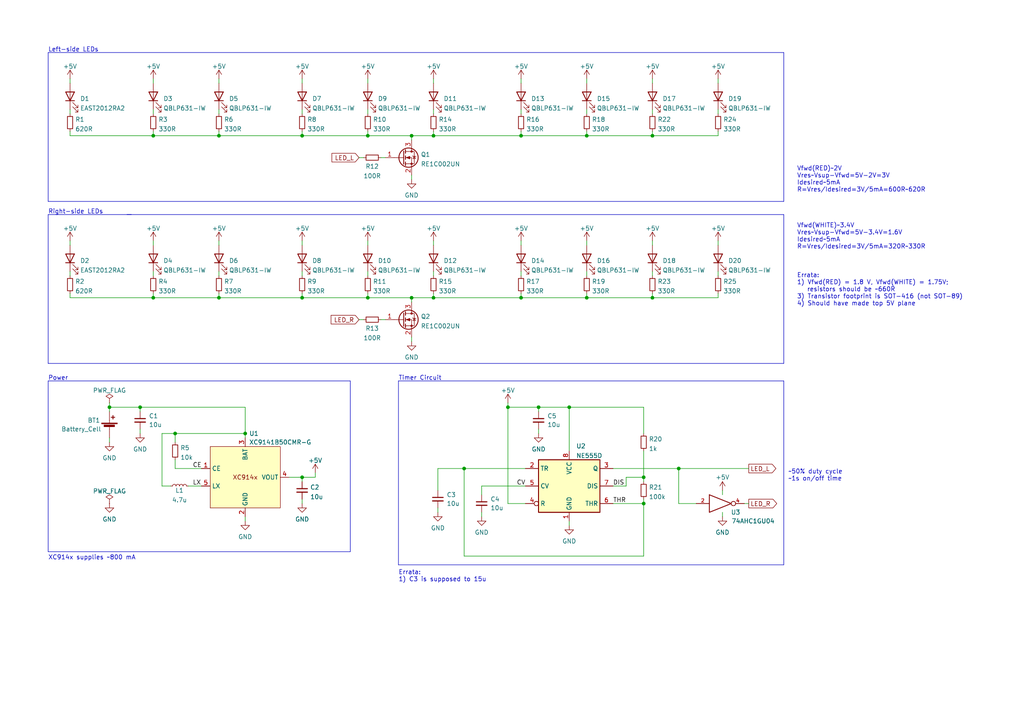
<source format=kicad_sch>
(kicad_sch (version 20211123) (generator eeschema)
  (paper "A4")
  (title_block (title "Sam Bday 21 PCB") (date "2022-07-30") (rev "v1") (company "J. Cao"))
  (lib_symbols
    (symbol "74xGxx:74AHC1GU04" (pin_names (offset 1.016))
      (property "Reference" "U" (at -2.54 3.81 0))
      (property "Value" "74AHC1GU04" (at 0 -3.81 0))
      (symbol "74AHC1GU04_0_1"
        (polyline (pts (xy -3.81 2.54) (xy -3.81 -2.54) (xy 2.54 0) (xy -3.81 2.54)) (stroke (width 0.254)))
      )
      (symbol "74AHC1GU04_1_1"
        (pin input line (at -7.62 0 0) (length 3.81) (name "~") (number "2"))
        (pin power_in line (at 0 -2.54 270) (length 0) hide (name "GND") (number "3"))
        (pin output inverted (at 6.35 0 180) (length 3.81) (name "~") (number "4"))
        (pin power_in line (at 0 2.54 90) (length 0) hide (name "VCC") (number "5"))
      )
    )
    (symbol "Device:Battery_Cell" (pin_numbers hide) (pin_names (offset 0) hide)
      (property "Reference" "BT" (at 2.54 2.54 0))
      (property "Value" "Battery_Cell" (at 2.54 0 0))
      (symbol "Battery_Cell_0_1"
        (rectangle (start -2.286 1.778) (end 2.286 1.524) (fill (type outline)))
        (rectangle (start -1.5748 1.1938) (end 1.4732 0.6858) (fill (type outline)))
        (polyline (pts (xy 0 0.762) (xy 0 0)))
        (polyline (pts (xy 0 1.778) (xy 0 2.54)))
        (polyline (pts (xy 0.508 3.429) (xy 1.524 3.429)) (stroke (width 0.254)))
        (polyline (pts (xy 1.016 3.937) (xy 1.016 2.921)) (stroke (width 0.254)))
      )
      (symbol "Battery_Cell_1_1"
        (pin passive line (at 0 5.08 270) (length 2.54) (name "+") (number "1"))
        (pin passive line (at 0 -2.54 90) (length 2.54) (name "-") (number "2"))
      )
    )
    (symbol "Device:C_Small" (pin_numbers hide) (pin_names (offset 0.254) hide)
      (property "Reference" "C" (at 0.254 1.778 0))
      (property "Value" "C_Small" (at 0.254 -2.032 0))
      (symbol "C_Small_0_1"
        (polyline (pts (xy -1.524 -0.508) (xy 1.524 -0.508)) (stroke (width 0.3302)))
        (polyline (pts (xy -1.524 0.508) (xy 1.524 0.508)) (stroke (width 0.3048)))
      )
      (symbol "C_Small_1_1"
        (pin passive line (at 0 2.54 270) (length 2.032) (name "~") (number "1"))
        (pin passive line (at 0 -2.54 90) (length 2.032) (name "~") (number "2"))
      )
    )
    (symbol "Device:LED" (pin_numbers hide) (pin_names (offset 1.016) hide)
      (property "Reference" "D" (at 0 2.54 0))
      (property "Value" "LED" (at 0 -2.54 0))
      (symbol "LED_0_1"
        (polyline (pts (xy -1.27 -1.27) (xy -1.27 1.27)) (stroke (width 0.254)))
        (polyline (pts (xy -1.27 0) (xy 1.27 0)))
        (polyline (pts (xy 1.27 -1.27) (xy 1.27 1.27) (xy -1.27 0) (xy 1.27 -1.27)) (stroke (width 0.254)))
        (polyline (pts (xy -3.048 -0.762) (xy -4.572 -2.286) (xy -3.81 -2.286) (xy -4.572 -2.286) (xy -4.572 -1.524)))
        (polyline (pts (xy -1.778 -0.762) (xy -3.302 -2.286) (xy -2.54 -2.286) (xy -3.302 -2.286) (xy -3.302 -1.524)))
      )
      (symbol "LED_1_1"
        (pin passive line (at -3.81 0 0) (length 2.54) (name "K") (number "1"))
        (pin passive line (at 3.81 0 180) (length 2.54) (name "A") (number "2"))
      )
    )
    (symbol "Device:L_Small" (pin_numbers hide) (pin_names (offset 0.254) hide)
      (property "Reference" "L" (at 0.762 1.016 0))
      (property "Value" "L_Small" (at 0.762 -1.016 0))
      (symbol "L_Small_0_1"
        (arc (start 0 -2.032) (mid 0.508 -1.524) (end 0 -1.016))
        (arc (start 0 -1.016) (mid 0.508 -0.508) (end 0 0))
        (arc (start 0 0) (mid 0.508 0.508) (end 0 1.016))
        (arc (start 0 1.016) (mid 0.508 1.524) (end 0 2.032))
      )
      (symbol "L_Small_1_1"
        (pin passive line (at 0 2.54 270) (length 0.508) (name "~") (number "1"))
        (pin passive line (at 0 -2.54 90) (length 0.508) (name "~") (number "2"))
      )
    )
    (symbol "Device:Q_NMOS_GSD" (pin_names (offset 0) hide)
      (property "Reference" "Q" (at 5.08 1.27 0))
      (property "Value" "Q_NMOS_GSD" (at 5.08 -1.27 0))
      (symbol "Q_NMOS_GSD_0_1"
        (polyline (pts (xy 0.254 0) (xy -2.54 0)))
        (polyline (pts (xy 0.254 1.905) (xy 0.254 -1.905)) (stroke (width 0.254)))
        (polyline (pts (xy 0.762 -1.27) (xy 0.762 -2.286)) (stroke (width 0.254)))
        (polyline (pts (xy 0.762 0.508) (xy 0.762 -0.508)) (stroke (width 0.254)))
        (polyline (pts (xy 0.762 2.286) (xy 0.762 1.27)) (stroke (width 0.254)))
        (polyline (pts (xy 2.54 2.54) (xy 2.54 1.778)))
        (polyline (pts (xy 2.54 -2.54) (xy 2.54 0) (xy 0.762 0)))
        (polyline (pts (xy 0.762 -1.778) (xy 3.302 -1.778) (xy 3.302 1.778) (xy 0.762 1.778)))
        (polyline (pts (xy 1.016 0) (xy 2.032 0.381) (xy 2.032 -0.381) (xy 1.016 0)) (fill (type outline)))
        (polyline (pts (xy 2.794 0.508) (xy 2.921 0.381) (xy 3.683 0.381) (xy 3.81 0.254)))
        (polyline (pts (xy 3.302 0.381) (xy 2.921 -0.254) (xy 3.683 -0.254) (xy 3.302 0.381)))
        (circle (center 1.651 0) (radius 2.794) (stroke (width 0.254)))
        (circle (center 2.54 -1.778) (radius 0.254) (fill (type outline)))
        (circle (center 2.54 1.778) (radius 0.254) (fill (type outline)))
      )
      (symbol "Q_NMOS_GSD_1_1"
        (pin input line (at -5.08 0 0) (length 2.54) (name "G") (number "1"))
        (pin passive line (at 2.54 -5.08 90) (length 2.54) (name "S") (number "2"))
        (pin passive line (at 2.54 5.08 270) (length 2.54) (name "D") (number "3"))
      )
    )
    (symbol "Device:R_Small" (pin_numbers hide) (pin_names (offset 0.254) hide)
      (property "Reference" "R" (at 0.762 0.508 0))
      (property "Value" "R_Small" (at 0.762 -1.016 0))
      (symbol "R_Small_0_1"
        (rectangle (start -0.762 1.778) (end 0.762 -1.778) (stroke (width 0.2032)))
      )
      (symbol "R_Small_1_1"
        (pin passive line (at 0 2.54 270) (length 0.762) (name "~") (number "1"))
        (pin passive line (at 0 -2.54 90) (length 0.762) (name "~") (number "2"))
      )
    )
    (symbol "Timer:NE555D"
      (property "Reference" "U" (at -10.16 8.89 0))
      (property "Value" "NE555D" (at 2.54 8.89 0))
      (symbol "NE555D_0_0"
        (pin power_in line (at 0 -10.16 90) (length 2.54) (name "GND") (number "1"))
        (pin power_in line (at 0 10.16 270) (length 2.54) (name "VCC") (number "8"))
      )
      (symbol "NE555D_0_1"
        (rectangle (start -8.89 -7.62) (end 8.89 7.62) (stroke (width 0.254)) (fill (type background)))
        (rectangle (start -8.89 -7.62) (end 8.89 7.62) (stroke (width 0.254)) (fill (type background)))
      )
      (symbol "NE555D_1_1"
        (pin input line (at -12.7 5.08 0) (length 3.81) (name "TR") (number "2"))
        (pin output line (at 12.7 5.08 180) (length 3.81) (name "Q") (number "3"))
        (pin input inverted (at -12.7 -5.08 0) (length 3.81) (name "R") (number "4"))
        (pin input line (at -12.7 0 0) (length 3.81) (name "CV") (number "5"))
        (pin input line (at 12.7 -5.08 180) (length 3.81) (name "THR") (number "6"))
        (pin input line (at 12.7 0 180) (length 3.81) (name "DIS") (number "7"))
      )
    )
    (symbol "power:+5V" (power) (pin_names (offset 0))
      (property "Value" "+5V" (at 0 3.556 0))
      (symbol "+5V_0_1"
        (polyline (pts (xy -0.762 1.27) (xy 0 2.54)))
        (polyline (pts (xy 0 0) (xy 0 2.54)))
        (polyline (pts (xy 0 2.54) (xy 0.762 1.27)))
      )
      (symbol "+5V_1_1"
        (pin power_in line (at 0 0 90) (length 0) hide (name "+5V") (number "1"))
      )
    )
    (symbol "power:GND" (power) (pin_names (offset 0))
      (property "Value" "GND" (at 0 -3.81 0))
      (symbol "GND_0_1"
        (polyline (pts (xy 0 0) (xy 0 -1.27) (xy 1.27 -1.27) (xy 0 -2.54) (xy -1.27 -1.27) (xy 0 -1.27)))
      )
      (symbol "GND_1_1"
        (pin power_in line (at 0 0 270) (length 0) hide (name "GND") (number "1"))
      )
    )
    (symbol "power:PWR_FLAG" (power) (pin_numbers hide) (pin_names (offset 0) hide)
      (property "Value" "PWR_FLAG" (at 0 3.81 0))
      (symbol "PWR_FLAG_0_0"
        (pin power_out line (at 0 0 90) (length 0) (name "pwr") (number "1"))
      )
      (symbol "PWR_FLAG_0_1"
        (polyline (pts (xy 0 0) (xy 0 1.27) (xy -1.016 1.905) (xy 0 2.54) (xy 1.016 1.905) (xy 0 1.27)))
      )
    )
    (symbol "sam-bday-21-lib:XC9141B50CMR-G"
      (property "Reference" "U" (at 8.89 10.16 0))
      (property "Value" "XC9141B50CMR-G" (at -12.7 10.16 0))
      (symbol "XC9141B50CMR-G_0_0"
        (text "XC914x" (at 0 0 0) (effects (font (size 1.27 1.27))))
        (pin input line (at -12.7 2.54 0) (length 2.54) (name "CE") (number "1"))
        (pin power_in line (at 0 -11.43 90) (length 2.54) (name "GND") (number "2"))
        (pin power_in line (at 0 11.43 270) (length 2.54) (name "BAT") (number "3"))
        (pin power_out line (at 12.7 0 180) (length 2.54) (name "VOUT") (number "4"))
        (pin bidirectional line (at -12.7 -2.54 0) (length 2.54) (name "LX") (number "5"))
      )
      (symbol "XC9141B50CMR-G_0_1"
        (rectangle (start -10.16 8.89) (end 10.16 -8.89) (stroke (width 0.1524)) (fill (type background)))
      )
    )
  )
  (junction (at 125.73 86.36))
  (junction (at 87.63 138.43))
  (junction (at 196.85 135.89))
  (junction (at 186.69 146.05))
  (junction (at 151.13 86.36))
  (junction (at 106.68 86.36))
  (junction (at 87.63 39.37))
  (junction (at 63.5 39.37))
  (junction (at 186.69 138.43))
  (junction (at 119.38 86.36))
  (junction (at 63.5 86.36))
  (junction (at 156.21 118.11))
  (junction (at 40.64 118.11))
  (junction (at 165.1 118.11))
  (junction (at 151.13 39.37))
  (junction (at 119.38 39.37))
  (junction (at 31.75 118.11))
  (junction (at 87.63 86.36))
  (junction (at 50.8 125.73))
  (junction (at 125.73 39.37))
  (junction (at 106.68 39.37))
  (junction (at 44.45 39.37))
  (junction (at 134.62 135.89))
  (junction (at 170.18 39.37))
  (junction (at 71.12 125.73))
  (junction (at 189.23 39.37))
  (junction (at 44.45 86.36))
  (junction (at 170.18 86.36))
  (junction (at 147.32 118.11))
  (junction (at 189.23 86.36))
  (wire (pts (xy 106.68 86.36) (xy 119.38 86.36)))
  (wire (pts (xy 20.32 85.09) (xy 20.32 86.36)))
  (wire (pts (xy 106.68 85.09) (xy 106.68 86.36)))
  (wire (pts (xy 46.99 140.97) (xy 49.53 140.97)))
  (wire (pts (xy 177.8 140.97) (xy 181.61 140.97)))
  (wire (pts (xy 127 142.24) (xy 127 135.89)))
  (wire (pts (xy 20.32 31.75) (xy 20.32 33.02)))
  (wire (pts (xy 134.62 135.89) (xy 134.62 161.29)))
  (wire (pts (xy 186.69 138.43) (xy 186.69 139.7)))
  (wire (pts (xy 40.64 118.11) (xy 71.12 118.11)))
  (wire (pts (xy 71.12 149.86) (xy 71.12 151.13)))
  (wire (pts (xy 31.75 116.84) (xy 31.75 118.11)))
  (polyline (pts (xy 13.97 62.23) (xy 227.33 62.23)) (stroke (width 0) (type solid)))
  (wire (pts (xy 209.55 148.59) (xy 209.55 149.86)))
  (wire (pts (xy 181.61 140.97) (xy 181.61 138.43)))
  (wire (pts (xy 106.68 78.74) (xy 106.68 80.01)))
  (wire (pts (xy 20.32 78.74) (xy 20.32 80.01)))
  (polyline (pts (xy 115.57 110.49) (xy 227.33 110.49)) (stroke (width 0) (type solid)))
  (wire (pts (xy 196.85 146.05) (xy 201.93 146.05)))
  (wire (pts (xy 87.63 38.1) (xy 87.63 39.37)))
  (wire (pts (xy 134.62 135.89) (xy 152.4 135.89)))
  (wire (pts (xy 156.21 124.46) (xy 156.21 125.73)))
  (wire (pts (xy 71.12 118.11) (xy 71.12 125.73)))
  (wire (pts (xy 87.63 138.43) (xy 91.44 138.43)))
  (wire (pts (xy 63.5 85.09) (xy 63.5 86.36)))
  (wire (pts (xy 87.63 22.86) (xy 87.63 24.13)))
  (wire (pts (xy 104.14 92.71) (xy 105.41 92.71)))
  (wire (pts (xy 50.8 133.35) (xy 50.8 135.89)))
  (wire (pts (xy 208.28 22.86) (xy 208.28 24.13)))
  (wire (pts (xy 63.5 22.86) (xy 63.5 24.13)))
  (wire (pts (xy 208.28 85.09) (xy 208.28 86.36)))
  (wire (pts (xy 46.99 125.73) (xy 46.99 140.97)))
  (wire (pts (xy 151.13 22.86) (xy 151.13 24.13)))
  (wire (pts (xy 152.4 140.97) (xy 139.7 140.97)))
  (wire (pts (xy 87.63 144.78) (xy 87.63 146.05)))
  (polyline (pts (xy 13.97 62.23) (xy 13.97 105.41)) (stroke (width 0) (type solid)))
  (wire (pts (xy 20.32 38.1) (xy 20.32 39.37)))
  (wire (pts (xy 44.45 69.85) (xy 44.45 71.12)))
  (wire (pts (xy 71.12 127) (xy 71.12 125.73)))
  (wire (pts (xy 54.61 140.97) (xy 58.42 140.97)))
  (wire (pts (xy 170.18 38.1) (xy 170.18 39.37)))
  (wire (pts (xy 119.38 97.79) (xy 119.38 99.06)))
  (wire (pts (xy 186.69 130.81) (xy 186.69 138.43)))
  (wire (pts (xy 170.18 85.09) (xy 170.18 86.36)))
  (polyline (pts (xy 227.33 105.41) (xy 13.97 105.41)) (stroke (width 0) (type solid)))
  (wire (pts (xy 106.68 31.75) (xy 106.68 33.02)))
  (wire (pts (xy 170.18 39.37) (xy 189.23 39.37)))
  (wire (pts (xy 170.18 69.85) (xy 170.18 71.12)))
  (wire (pts (xy 40.64 118.11) (xy 40.64 119.38)))
  (wire (pts (xy 139.7 148.59) (xy 139.7 149.86)))
  (polyline (pts (xy 101.6 110.49) (xy 101.6 160.02)) (stroke (width 0) (type solid)))
  (wire (pts (xy 83.82 138.43) (xy 87.63 138.43)))
  (wire (pts (xy 106.68 22.86) (xy 106.68 24.13)))
  (wire (pts (xy 139.7 140.97) (xy 139.7 143.51)))
  (wire (pts (xy 189.23 78.74) (xy 189.23 80.01)))
  (wire (pts (xy 196.85 135.89) (xy 217.17 135.89)))
  (wire (pts (xy 44.45 86.36) (xy 63.5 86.36)))
  (wire (pts (xy 165.1 130.81) (xy 165.1 118.11)))
  (wire (pts (xy 63.5 39.37) (xy 87.63 39.37)))
  (wire (pts (xy 125.73 22.86) (xy 125.73 24.13)))
  (wire (pts (xy 125.73 39.37) (xy 151.13 39.37)))
  (wire (pts (xy 44.45 22.86) (xy 44.45 24.13)))
  (polyline (pts (xy 13.97 110.49) (xy 13.97 160.02)) (stroke (width 0) (type solid)))
  (polyline (pts (xy 115.57 110.49) (xy 115.57 163.83)) (stroke (width 0) (type solid)))
  (wire (pts (xy 110.49 45.72) (xy 111.76 45.72)))
  (wire (pts (xy 106.68 39.37) (xy 119.38 39.37)))
  (wire (pts (xy 50.8 125.73) (xy 46.99 125.73)))
  (wire (pts (xy 151.13 31.75) (xy 151.13 33.02)))
  (wire (pts (xy 170.18 31.75) (xy 170.18 33.02)))
  (polyline (pts (xy 227.33 163.83) (xy 115.57 163.83)) (stroke (width 0) (type solid)))
  (wire (pts (xy 87.63 78.74) (xy 87.63 80.01)))
  (wire (pts (xy 50.8 125.73) (xy 71.12 125.73)))
  (wire (pts (xy 125.73 31.75) (xy 125.73 33.02)))
  (wire (pts (xy 119.38 39.37) (xy 125.73 39.37)))
  (wire (pts (xy 63.5 86.36) (xy 87.63 86.36)))
  (wire (pts (xy 177.8 146.05) (xy 186.69 146.05)))
  (wire (pts (xy 125.73 39.37) (xy 125.73 38.1)))
  (wire (pts (xy 20.32 22.86) (xy 20.32 24.13)))
  (polyline (pts (xy 13.97 110.49) (xy 101.6 110.49)) (stroke (width 0) (type solid)))
  (wire (pts (xy 151.13 78.74) (xy 151.13 80.01)))
  (polyline (pts (xy 13.97 15.24) (xy 227.33 15.24)) (stroke (width 0) (type solid)))
  (wire (pts (xy 31.75 119.38) (xy 31.75 118.11)))
  (wire (pts (xy 20.32 69.85) (xy 20.32 71.12)))
  (wire (pts (xy 151.13 38.1) (xy 151.13 39.37)))
  (wire (pts (xy 156.21 118.11) (xy 165.1 118.11)))
  (wire (pts (xy 170.18 78.74) (xy 170.18 80.01)))
  (wire (pts (xy 63.5 31.75) (xy 63.5 33.02)))
  (wire (pts (xy 189.23 39.37) (xy 208.28 39.37)))
  (wire (pts (xy 119.38 50.8) (xy 119.38 52.07)))
  (wire (pts (xy 87.63 69.85) (xy 87.63 71.12)))
  (wire (pts (xy 151.13 69.85) (xy 151.13 71.12)))
  (wire (pts (xy 125.73 86.36) (xy 151.13 86.36)))
  (wire (pts (xy 119.38 86.36) (xy 119.38 87.63)))
  (polyline (pts (xy 13.97 15.24) (xy 13.97 58.42)) (stroke (width 0) (type solid)))
  (wire (pts (xy 44.45 78.74) (xy 44.45 80.01)))
  (wire (pts (xy 87.63 85.09) (xy 87.63 86.36)))
  (wire (pts (xy 125.73 78.74) (xy 125.73 80.01)))
  (wire (pts (xy 87.63 39.37) (xy 106.68 39.37)))
  (wire (pts (xy 44.45 31.75) (xy 44.45 33.02)))
  (wire (pts (xy 208.28 78.74) (xy 208.28 80.01)))
  (wire (pts (xy 165.1 118.11) (xy 186.69 118.11)))
  (wire (pts (xy 181.61 138.43) (xy 186.69 138.43)))
  (wire (pts (xy 147.32 118.11) (xy 156.21 118.11)))
  (wire (pts (xy 134.62 161.29) (xy 186.69 161.29)))
  (wire (pts (xy 189.23 86.36) (xy 208.28 86.36)))
  (wire (pts (xy 209.55 142.24) (xy 209.55 143.51)))
  (wire (pts (xy 91.44 137.16) (xy 91.44 138.43)))
  (wire (pts (xy 31.75 118.11) (xy 40.64 118.11)))
  (wire (pts (xy 147.32 116.84) (xy 147.32 118.11)))
  (wire (pts (xy 106.68 69.85) (xy 106.68 71.12)))
  (wire (pts (xy 104.14 45.72) (xy 105.41 45.72)))
  (wire (pts (xy 63.5 78.74) (xy 63.5 80.01)))
  (wire (pts (xy 208.28 31.75) (xy 208.28 33.02)))
  (wire (pts (xy 20.32 39.37) (xy 44.45 39.37)))
  (wire (pts (xy 208.28 38.1) (xy 208.28 39.37)))
  (wire (pts (xy 44.45 38.1) (xy 44.45 39.37)))
  (wire (pts (xy 208.28 69.85) (xy 208.28 71.12)))
  (wire (pts (xy 151.13 86.36) (xy 170.18 86.36)))
  (wire (pts (xy 151.13 85.09) (xy 151.13 86.36)))
  (wire (pts (xy 189.23 38.1) (xy 189.23 39.37)))
  (wire (pts (xy 44.45 39.37) (xy 63.5 39.37)))
  (polyline (pts (xy 36.83 62.23) (xy 38.1 62.23)))
  (wire (pts (xy 177.8 135.89) (xy 196.85 135.89)))
  (wire (pts (xy 165.1 151.13) (xy 165.1 152.4)))
  (wire (pts (xy 106.68 38.1) (xy 106.68 39.37)))
  (wire (pts (xy 196.85 135.89) (xy 196.85 146.05)))
  (wire (pts (xy 147.32 118.11) (xy 147.32 146.05)))
  (wire (pts (xy 40.64 124.46) (xy 40.64 125.73)))
  (wire (pts (xy 170.18 86.36) (xy 189.23 86.36)))
  (wire (pts (xy 156.21 118.11) (xy 156.21 119.38)))
  (polyline (pts (xy 227.33 15.24) (xy 227.33 58.42)) (stroke (width 0) (type solid)))
  (wire (pts (xy 125.73 69.85) (xy 125.73 71.12)))
  (polyline (pts (xy 227.33 110.49) (xy 227.33 163.83)) (stroke (width 0) (type solid)))
  (wire (pts (xy 186.69 161.29) (xy 186.69 146.05)))
  (wire (pts (xy 63.5 69.85) (xy 63.5 71.12)))
  (wire (pts (xy 44.45 85.09) (xy 44.45 86.36)))
  (wire (pts (xy 151.13 39.37) (xy 170.18 39.37)))
  (wire (pts (xy 147.32 146.05) (xy 152.4 146.05)))
  (wire (pts (xy 189.23 31.75) (xy 189.23 33.02)))
  (wire (pts (xy 50.8 128.27) (xy 50.8 125.73)))
  (wire (pts (xy 170.18 22.86) (xy 170.18 24.13)))
  (wire (pts (xy 186.69 125.73) (xy 186.69 118.11)))
  (wire (pts (xy 189.23 22.86) (xy 189.23 24.13)))
  (wire (pts (xy 31.75 127) (xy 31.75 128.27)))
  (wire (pts (xy 119.38 86.36) (xy 125.73 86.36)))
  (wire (pts (xy 87.63 86.36) (xy 106.68 86.36)))
  (polyline (pts (xy 227.33 62.23) (xy 227.33 105.41)) (stroke (width 0) (type solid)))
  (wire (pts (xy 189.23 85.09) (xy 189.23 86.36)))
  (wire (pts (xy 50.8 135.89) (xy 58.42 135.89)))
  (wire (pts (xy 110.49 92.71) (xy 111.76 92.71)))
  (wire (pts (xy 215.9 146.05) (xy 217.17 146.05)))
  (polyline (pts (xy 227.33 58.42) (xy 13.97 58.42)) (stroke (width 0) (type solid)))
  (wire (pts (xy 189.23 69.85) (xy 189.23 71.12)))
  (wire (pts (xy 20.32 86.36) (xy 44.45 86.36)))
  (wire (pts (xy 125.73 86.36) (xy 125.73 85.09)))
  (wire (pts (xy 127 135.89) (xy 134.62 135.89)))
  (wire (pts (xy 127 147.32) (xy 127 148.59)))
  (wire (pts (xy 119.38 39.37) (xy 119.38 40.64)))
  (wire (pts (xy 87.63 138.43) (xy 87.63 139.7)))
  (wire (pts (xy 87.63 31.75) (xy 87.63 33.02)))
  (wire (pts (xy 186.69 144.78) (xy 186.69 146.05)))
  (wire (pts (xy 63.5 38.1) (xy 63.5 39.37)))
  (polyline (pts (xy 101.6 160.02) (xy 13.97 160.02)) (stroke (width 0) (type solid)))
  (text "Vfwd(WHITE)~3.4V\nVres~Vsup-Vfwd=5V-3.4V=1.6V\nIdesired~5mA\nR=Vres/Idesired=3V/5mA=320R~330R" (at 231.14 72.39 0) (effects (font (size 1.27 1.27)) (justify left bottom)))
  (text "Right-side LEDs" (at 13.97 62.23 0) (effects (font (size 1.27 1.27)) (justify left bottom)))
  (text "Left-side LEDs" (at 13.97 15.24 0) (effects (font (size 1.27 1.27)) (justify left bottom)))
  (text "XC914x supplies ~800 mA" (at 13.97 162.56 0) (effects (font (size 1.27 1.27)) (justify left bottom)))
  (text "Timer Circuit" (at 115.57 110.49 0) (effects (font (size 1.27 1.27)) (justify left bottom)))
  (text "Vfwd(RED)~2V\nVres~Vsup-Vfwd=5V-2V=3V\nIdesired~5mA\nR=Vres/Idesired=3V/5mA=600R~620R" (at 231.14 55.88 0) (effects (font (size 1.27 1.27)) (justify left bottom)))
  (text "Power" (at 13.97 110.49 0) (effects (font (size 1.27 1.27)) (justify left bottom)))
  (text "~50% duty cycle\n~1s on/off time" (at 228.6 139.7 0) (effects (font (size 1.27 1.27)) (justify left bottom)))
  (text "Errata:\n1) Vfwd(RED) = 1.8 V, Vfwd(WHITE) = 1.75V; \n   resistors should be ~660R\n3) Transistor footprint is SOT-416 (not SOT-89)\n4) Should have made top 5V plane" (at 231.14 88.9 0) (effects (font (size 1.27 1.27)) (justify left bottom)))
  (text "Errata:\n1) C3 is supposed to 15u" (at 115.57 168.91 0) (effects (font (size 1.27 1.27)) (justify left bottom)))
  (label "THR" (at 177.8 146.05 0))
  (label "DIS" (at 177.8 140.97 0))
  (label "LX" (at 55.88 140.97 0))
  (label "CV" (at 149.86 140.97 0))
  (label "CE" (at 55.88 135.89 0))
  (global_label "LED_R" (shape input) (at 104.14 92.71 180) (property "Intersheet References" "${INTERSHEET_REFS}" (effects hide)))
  (global_label "LED_L" (shape output) (at 217.17 135.89 0) (property "Intersheet References" "${INTERSHEET_REFS}" (effects hide)))
  (global_label "LED_R" (shape output) (at 217.17 146.05 0) (property "Intersheet References" "${INTERSHEET_REFS}" (effects hide)))
  (global_label "LED_L" (shape input) (at 104.14 45.72 180) (property "Intersheet References" "${INTERSHEET_REFS}" (effects hide)))
  (symbol (lib_id "power:GND") (at 139.7 149.86 0) (unit 1)
    (property "Reference" "#PWR022" (effects hide))
    (property "Value" "GND" (at 139.7 154.4225 0))
  )
  (symbol (lib_id "Device:LED") (at 170.18 27.94 90) (unit 1)
    (property "Reference" "D15" (at 173.101 28.619 90) (effects (justify right)))
    (property "Value" "QBLP631-IW" (at 173.101 31.3941 90) (effects (justify right)))
    (property "Footprint" "LED_SMD:LED_0805_2012Metric" (effects hide))
  )
  (symbol (lib_id "Device:LED") (at 63.5 27.94 90) (unit 1)
    (property "Reference" "D5" (at 66.421 28.619 90) (effects (justify right)))
    (property "Value" "QBLP631-IW" (at 66.421 31.3941 90) (effects (justify right)))
    (property "Footprint" "LED_SMD:LED_0805_2012Metric" (effects hide))
  )
  (symbol (lib_id "Device:C_Small") (at 127 144.78 0) (unit 1)
    (property "Reference" "C3" (at 129.54 143.51 0) (effects (justify left)))
    (property "Value" "10u" (at 129.54 146.05 0) (effects (justify left)))
    (property "Footprint" "Capacitor_SMD:C_0603_1608Metric" (effects hide))
  )
  (symbol (lib_id "Device:R_Small") (at 63.5 35.56 0) (unit 1)
    (property "Reference" "R6" (at 64.9986 34.6515 0) (effects (justify left)))
    (property "Value" "330R" (at 64.9986 37.4266 0) (effects (justify left)))
    (property "Footprint" "Resistor_SMD:R_0603_1608Metric" (effects hide))
  )
  (symbol (lib_id "74xGxx:74AHC1GU04") (at 209.55 146.05 0) (unit 1)
    (property "Reference" "U3" (at 213.36 148.59 0))
    (property "Value" "74AHC1GU04" (at 218.44 151.13 0))
    (property "Footprint" "Package_TO_SOT_SMD:SOT-353_SC-70-5" (effects hide))
    (property "Datasheet" "http://www.ti.com/lit/sg/scyt129e/scyt129e.pdf" (effects hide))
  )
  (symbol (lib_id "power:PWR_FLAG") (at 31.75 146.05 0) (unit 1)
    (property "Reference" "#FLG02" (effects hide))
    (property "Value" "PWR_FLAG" (at 31.75 142.4455 0))
  )
  (symbol (lib_id "Device:LED") (at 208.28 74.93 90) (unit 1)
    (property "Reference" "D20" (at 211.201 75.609 90) (effects (justify right)))
    (property "Value" "QBLP631-IW" (at 211.201 78.3841 90) (effects (justify right)))
    (property "Footprint" "LED_SMD:LED_0805_2012Metric" (effects hide))
  )
  (symbol (lib_id "Device:R_Small") (at 20.32 82.55 0) (unit 1)
    (property "Reference" "R2" (at 21.8186 81.6415 0) (effects (justify left)))
    (property "Value" "620R" (at 21.8186 84.4166 0) (effects (justify left)))
    (property "Footprint" "Resistor_SMD:R_0603_1608Metric" (effects hide))
  )
  (symbol (lib_id "Device:R_Small") (at 208.28 82.55 0) (unit 1)
    (property "Reference" "R25" (at 209.7786 81.6415 0) (effects (justify left)))
    (property "Value" "330R" (at 209.7786 84.4166 0) (effects (justify left)))
    (property "Footprint" "Resistor_SMD:R_0603_1608Metric" (effects hide))
  )
  (symbol (lib_id "Device:R_Small") (at 170.18 35.56 0) (unit 1)
    (property "Reference" "R18" (at 171.6786 34.6515 0) (effects (justify left)))
    (property "Value" "330R" (at 171.6786 37.4266 0) (effects (justify left)))
    (property "Footprint" "Resistor_SMD:R_0603_1608Metric" (effects hide))
  )
  (symbol (lib_id "Device:R_Small") (at 189.23 82.55 0) (unit 1)
    (property "Reference" "R23" (at 190.7286 81.6415 0) (effects (justify left)))
    (property "Value" "330R" (at 190.7286 84.4166 0) (effects (justify left)))
    (property "Footprint" "Resistor_SMD:R_0603_1608Metric" (effects hide))
  )
  (symbol (lib_id "Device:LED") (at 63.5 74.93 90) (unit 1)
    (property "Reference" "D6" (at 66.421 75.609 90) (effects (justify right)))
    (property "Value" "QBLP631-IW" (at 66.421 78.3841 90) (effects (justify right)))
    (property "Footprint" "LED_SMD:LED_0805_2012Metric" (effects hide))
  )
  (symbol (lib_id "Device:R_Small") (at 107.95 92.71 90) (unit 1)
    (property "Reference" "R13" (at 107.95 95.25 90))
    (property "Value" "100R" (at 107.95 98.0251 90))
    (property "Footprint" "Resistor_SMD:R_0603_1608Metric" (effects hide))
  )
  (symbol (lib_id "Device:LED") (at 44.45 74.93 90) (unit 1)
    (property "Reference" "D4" (at 47.371 75.609 90) (effects (justify right)))
    (property "Value" "QBLP631-IW" (at 47.371 78.3841 90) (effects (justify right)))
    (property "Footprint" "LED_SMD:LED_0805_2012Metric" (effects hide))
  )
  (symbol (lib_id "Device:R_Small") (at 186.69 128.27 0) (unit 1)
    (property "Reference" "R20" (at 188.1886 127.3615 0) (effects (justify left)))
    (property "Value" "1k" (at 188.1886 130.1366 0) (effects (justify left)))
    (property "Footprint" "Resistor_SMD:R_0603_1608Metric" (effects hide))
  )
  (symbol (lib_id "power:GND") (at 127 148.59 0) (unit 1)
    (property "Reference" "#PWR021" (effects hide))
    (property "Value" "GND" (at 127 153.1525 0))
  )
  (symbol (lib_id "power:+5V") (at 87.63 22.86 0) (unit 1)
    (property "Reference" "#PWR011" (effects hide))
    (property "Value" "+5V" (at 87.63 19.2555 0))
  )
  (symbol (lib_id "Device:LED") (at 44.45 27.94 90) (unit 1)
    (property "Reference" "D3" (at 47.371 28.619 90) (effects (justify right)))
    (property "Value" "QBLP631-IW" (at 47.371 31.3941 90) (effects (justify right)))
    (property "Footprint" "LED_SMD:LED_0805_2012Metric" (effects hide))
  )
  (symbol (lib_id "Device:C_Small") (at 139.7 146.05 0) (unit 1)
    (property "Reference" "C4" (at 142.24 144.78 0) (effects (justify left)))
    (property "Value" "10u" (at 142.24 147.32 0) (effects (justify left)))
    (property "Footprint" "Capacitor_SMD:C_0603_1608Metric" (effects hide))
  )
  (symbol (lib_id "Timer:NE555D") (at 165.1 140.97 0) (unit 1)
    (property "Reference" "U2" (at 167.1194 129.3835 0) (effects (justify left)))
    (property "Value" "NE555D" (at 167.1194 132.1586 0) (effects (justify left)))
    (property "Footprint" "Package_SO:SOIC-8_3.9x4.9mm_P1.27mm" (effects hide))
    (property "Datasheet" "http://www.ti.com/lit/ds/symlink/ne555.pdf" (effects hide))
  )
  (symbol (lib_id "power:+5V") (at 189.23 69.85 0) (unit 1)
    (property "Reference" "#PWR031" (effects hide))
    (property "Value" "+5V" (at 189.23 66.2455 0))
  )
  (symbol (lib_id "power:+5V") (at 106.68 22.86 0) (unit 1)
    (property "Reference" "#PWR015" (effects hide))
    (property "Value" "+5V" (at 106.68 19.2555 0))
  )
  (symbol (lib_id "Device:R_Small") (at 125.73 35.56 0) (unit 1)
    (property "Reference" "R14" (at 127.2286 34.6515 0) (effects (justify left)))
    (property "Value" "330R" (at 127.2286 37.4266 0) (effects (justify left)))
    (property "Footprint" "Resistor_SMD:R_0603_1608Metric" (effects hide))
  )
  (symbol (lib_id "Device:R_Small") (at 63.5 82.55 0) (unit 1)
    (property "Reference" "R7" (at 64.9986 81.6415 0) (effects (justify left)))
    (property "Value" "330R" (at 64.9986 84.4166 0) (effects (justify left)))
    (property "Footprint" "Resistor_SMD:R_0603_1608Metric" (effects hide))
  )
  (symbol (lib_id "power:GND") (at 40.64 125.73 0) (unit 1)
    (property "Reference" "#PWR05" (effects hide))
    (property "Value" "GND" (at 40.64 130.2925 0))
  )
  (symbol (lib_id "power:+5V") (at 151.13 69.85 0) (unit 1)
    (property "Reference" "#PWR025" (effects hide))
    (property "Value" "+5V" (at 151.13 66.2455 0))
  )
  (symbol (lib_id "Device:R_Small") (at 107.95 45.72 90) (unit 1)
    (property "Reference" "R12" (at 107.95 48.26 90))
    (property "Value" "100R" (at 107.95 51.0351 90))
    (property "Footprint" "Resistor_SMD:R_0603_1608Metric" (effects hide))
  )
  (symbol (lib_id "power:+5V") (at 147.32 116.84 0) (unit 1)
    (property "Reference" "#PWR023" (effects hide))
    (property "Value" "+5V" (at 147.32 113.2355 0))
  )
  (symbol (lib_id "power:+5V") (at 91.44 137.16 0) (unit 1)
    (property "Reference" "#PWR014" (effects hide))
    (property "Value" "+5V" (at 91.44 133.5555 0))
  )
  (symbol (lib_id "Device:R_Small") (at 106.68 82.55 0) (unit 1)
    (property "Reference" "R11" (at 108.1786 81.6415 0) (effects (justify left)))
    (property "Value" "330R" (at 108.1786 84.4166 0) (effects (justify left)))
    (property "Footprint" "Resistor_SMD:R_0603_1608Metric" (effects hide))
  )
  (symbol (lib_id "Device:R_Small") (at 189.23 35.56 0) (unit 1)
    (property "Reference" "R22" (at 190.7286 34.6515 0) (effects (justify left)))
    (property "Value" "330R" (at 190.7286 37.4266 0) (effects (justify left)))
    (property "Footprint" "Resistor_SMD:R_0603_1608Metric" (effects hide))
  )
  (symbol (lib_id "Device:LED") (at 189.23 74.93 90) (unit 1)
    (property "Reference" "D18" (at 192.151 75.609 90) (effects (justify right)))
    (property "Value" "QBLP631-IW" (at 192.151 78.3841 90) (effects (justify right)))
    (property "Footprint" "LED_SMD:LED_0805_2012Metric" (effects hide))
  )
  (symbol (lib_id "power:+5V") (at 170.18 22.86 0) (unit 1)
    (property "Reference" "#PWR028" (effects hide))
    (property "Value" "+5V" (at 170.18 19.2555 0))
  )
  (symbol (lib_id "power:PWR_FLAG") (at 31.75 116.84 0) (unit 1)
    (property "Reference" "#FLG01" (effects hide))
    (property "Value" "PWR_FLAG" (at 31.75 113.2355 0))
  )
  (symbol (lib_id "Device:R_Small") (at 170.18 82.55 0) (unit 1)
    (property "Reference" "R19" (at 171.6786 81.6415 0) (effects (justify left)))
    (property "Value" "330R" (at 171.6786 84.4166 0) (effects (justify left)))
    (property "Footprint" "Resistor_SMD:R_0603_1608Metric" (effects hide))
  )
  (symbol (lib_id "Device:R_Small") (at 125.73 82.55 0) (unit 1)
    (property "Reference" "R15" (at 127.2286 81.6415 0) (effects (justify left)))
    (property "Value" "330R" (at 127.2286 84.4166 0) (effects (justify left)))
    (property "Footprint" "Resistor_SMD:R_0603_1608Metric" (effects hide))
  )
  (symbol (lib_id "power:+5V") (at 20.32 22.86 0) (unit 1)
    (property "Reference" "#PWR01" (effects hide))
    (property "Value" "+5V" (at 20.32 19.2555 0))
  )
  (symbol (lib_id "power:+5V") (at 87.63 69.85 0) (unit 1)
    (property "Reference" "#PWR012" (effects hide))
    (property "Value" "+5V" (at 87.63 66.2455 0))
  )
  (symbol (lib_id "Device:R_Small") (at 20.32 35.56 0) (unit 1)
    (property "Reference" "R1" (at 21.8186 34.6515 0) (effects (justify left)))
    (property "Value" "620R" (at 21.8186 37.4266 0) (effects (justify left)))
    (property "Footprint" "Resistor_SMD:R_0603_1608Metric" (effects hide))
  )
  (symbol (lib_id "Device:LED") (at 106.68 74.93 90) (unit 1)
    (property "Reference" "D10" (at 109.601 75.609 90) (effects (justify right)))
    (property "Value" "QBLP631-IW" (at 109.601 78.3841 90) (effects (justify right)))
    (property "Footprint" "LED_SMD:LED_0805_2012Metric" (effects hide))
  )
  (symbol (lib_id "power:GND") (at 209.55 149.86 0) (unit 1)
    (property "Reference" "#PWR035" (effects hide))
    (property "Value" "GND" (at 209.55 154.4225 0))
  )
  (symbol (lib_id "power:+5V") (at 170.18 69.85 0) (unit 1)
    (property "Reference" "#PWR029" (effects hide))
    (property "Value" "+5V" (at 170.18 66.2455 0))
  )
  (symbol (lib_id "Device:R_Small") (at 151.13 82.55 0) (unit 1)
    (property "Reference" "R17" (at 152.6286 81.6415 0) (effects (justify left)))
    (property "Value" "330R" (at 152.6286 84.4166 0) (effects (justify left)))
    (property "Footprint" "Resistor_SMD:R_0603_1608Metric" (effects hide))
  )
  (symbol (lib_id "power:+5V") (at 208.28 69.85 0) (unit 1)
    (property "Reference" "#PWR033" (effects hide))
    (property "Value" "+5V" (at 208.28 66.2455 0))
  )
  (symbol (lib_id "Device:LED") (at 20.32 74.93 90) (unit 1)
    (property "Reference" "D2" (at 23.241 75.609 90) (effects (justify right)))
    (property "Value" "EAST2012RA2" (at 23.241 78.3841 90) (effects (justify right)))
    (property "Footprint" "LED_SMD:LED_0805_2012Metric" (effects hide))
  )
  (symbol (lib_id "Device:Q_NMOS_GSD") (at 116.84 45.72 0) (unit 1)
    (property "Reference" "Q1" (at 122.047 44.8115 0) (effects (justify left)))
    (property "Value" "RE1C002UN" (at 122.047 47.5866 0) (effects (justify left)))
    (property "Footprint" "Package_TO_SOT_SMD:SOT-89-3" (effects hide))
  )
  (symbol (lib_id "power:+5V") (at 189.23 22.86 0) (unit 1)
    (property "Reference" "#PWR030" (effects hide))
    (property "Value" "+5V" (at 189.23 19.2555 0))
  )
  (symbol (lib_id "Device:Battery_Cell") (at 31.75 124.46 0) (unit 1)
    (property "Reference" "BT1" (at 25.4 121.92 0) (effects (justify left)))
    (property "Value" "Battery_Cell" (at 17.78 124.46 0) (effects (justify left)))
    (property "Footprint" "Battery:BatteryHolder_Keystone_2460_1xAA" (effects hide))
  )
  (symbol (lib_id "Device:LED") (at 106.68 27.94 90) (unit 1)
    (property "Reference" "D9" (at 109.601 28.619 90) (effects (justify right)))
    (property "Value" "QBLP631-IW" (at 109.601 31.3941 90) (effects (justify right)))
    (property "Footprint" "LED_SMD:LED_0805_2012Metric" (effects hide))
  )
  (symbol (lib_id "Device:LED") (at 125.73 74.93 90) (unit 1)
    (property "Reference" "D12" (at 128.651 75.609 90) (effects (justify right)))
    (property "Value" "QBLP631-IW" (at 128.651 78.3841 90) (effects (justify right)))
    (property "Footprint" "LED_SMD:LED_0805_2012Metric" (effects hide))
  )
  (symbol (lib_id "power:+5V") (at 20.32 69.85 0) (unit 1)
    (property "Reference" "#PWR02" (effects hide))
    (property "Value" "+5V" (at 20.32 66.2455 0))
  )
  (symbol (lib_id "power:GND") (at 119.38 99.06 0) (unit 1)
    (property "Reference" "#PWR018" (effects hide))
    (property "Value" "GND" (at 119.38 103.6225 0))
  )
  (symbol (lib_id "Device:LED") (at 151.13 74.93 90) (unit 1)
    (property "Reference" "D14" (at 154.051 75.609 90) (effects (justify right)))
    (property "Value" "QBLP631-IW" (at 154.051 78.3841 90) (effects (justify right)))
    (property "Footprint" "LED_SMD:LED_0805_2012Metric" (effects hide))
  )
  (symbol (lib_id "power:GND") (at 71.12 151.13 0) (unit 1)
    (property "Reference" "#PWR010" (effects hide))
    (property "Value" "GND" (at 71.12 155.6925 0))
  )
  (symbol (lib_id "Device:L_Small") (at 52.07 140.97 90) (unit 1)
    (property "Reference" "L1" (at 52.07 142.24 90))
    (property "Value" "4.7u" (at 52.07 145.0151 90))
    (property "Footprint" "Inductor_SMD:L_0805_2012Metric" (effects hide))
  )
  (symbol (lib_id "power:GND") (at 31.75 128.27 0) (unit 1)
    (property "Reference" "#PWR03" (effects hide))
    (property "Value" "GND" (at 31.75 132.8325 0))
  )
  (symbol (lib_id "Device:LED") (at 20.32 27.94 90) (unit 1)
    (property "Reference" "D1" (at 23.241 28.619 90) (effects (justify right)))
    (property "Value" "EAST2012RA2" (at 23.241 31.3941 90) (effects (justify right)))
    (property "Footprint" "LED_SMD:LED_0805_2012Metric" (effects hide))
  )
  (symbol (lib_id "Device:LED") (at 208.28 27.94 90) (unit 1)
    (property "Reference" "D19" (at 211.201 28.619 90) (effects (justify right)))
    (property "Value" "QBLP631-IW" (at 211.201 31.3941 90) (effects (justify right)))
    (property "Footprint" "LED_SMD:LED_0805_2012Metric" (effects hide))
  )
  (symbol (lib_id "Device:C_Small") (at 156.21 121.92 0) (unit 1)
    (property "Reference" "C5" (at 158.75 120.65 0) (effects (justify left)))
    (property "Value" "10u" (at 158.75 123.19 0) (effects (justify left)))
    (property "Footprint" "Capacitor_SMD:C_0603_1608Metric" (effects hide))
  )
  (symbol (lib_id "Device:R_Small") (at 87.63 35.56 0) (unit 1)
    (property "Reference" "R8" (at 89.1286 34.6515 0) (effects (justify left)))
    (property "Value" "330R" (at 89.1286 37.4266 0) (effects (justify left)))
    (property "Footprint" "Resistor_SMD:R_0603_1608Metric" (effects hide))
  )
  (symbol (lib_id "power:GND") (at 156.21 125.73 0) (unit 1)
    (property "Reference" "#PWR026" (effects hide))
    (property "Value" "GND" (at 156.21 130.2925 0))
  )
  (symbol (lib_id "Device:LED") (at 125.73 27.94 90) (unit 1)
    (property "Reference" "D11" (at 128.651 28.619 90) (effects (justify right)))
    (property "Value" "QBLP631-IW" (at 128.651 31.3941 90) (effects (justify right)))
    (property "Footprint" "LED_SMD:LED_0805_2012Metric" (effects hide))
  )
  (symbol (lib_id "Device:R_Small") (at 44.45 82.55 0) (unit 1)
    (property "Reference" "R4" (at 45.9486 81.6415 0) (effects (justify left)))
    (property "Value" "330R" (at 45.9486 84.4166 0) (effects (justify left)))
    (property "Footprint" "Resistor_SMD:R_0603_1608Metric" (effects hide))
  )
  (symbol (lib_id "Device:Q_NMOS_GSD") (at 116.84 92.71 0) (unit 1)
    (property "Reference" "Q2" (at 122.047 91.8015 0) (effects (justify left)))
    (property "Value" "RE1C002UN" (at 122.047 94.5766 0) (effects (justify left)))
    (property "Footprint" "Package_TO_SOT_SMD:SOT-89-3" (effects hide))
  )
  (symbol (lib_id "power:+5V") (at 44.45 69.85 0) (unit 1)
    (property "Reference" "#PWR07" (effects hide))
    (property "Value" "+5V" (at 44.45 66.2455 0))
  )
  (symbol (lib_id "power:+5V") (at 151.13 22.86 0) (unit 1)
    (property "Reference" "#PWR024" (effects hide))
    (property "Value" "+5V" (at 151.13 19.2555 0))
  )
  (symbol (lib_id "Device:C_Small") (at 87.63 142.24 0) (unit 1)
    (property "Reference" "C2" (at 89.9541 141.3378 0) (effects (justify left)))
    (property "Value" "10u" (at 89.9541 144.1129 0) (effects (justify left)))
    (property "Footprint" "Capacitor_SMD:C_0603_1608Metric" (effects hide))
  )
  (symbol (lib_id "power:+5V") (at 44.45 22.86 0) (unit 1)
    (property "Reference" "#PWR06" (effects hide))
    (property "Value" "+5V" (at 44.45 19.2555 0))
  )
  (symbol (lib_id "Device:R_Small") (at 208.28 35.56 0) (unit 1)
    (property "Reference" "R24" (at 209.7786 34.6515 0) (effects (justify left)))
    (property "Value" "330R" (at 209.7786 37.4266 0) (effects (justify left)))
    (property "Footprint" "Resistor_SMD:R_0603_1608Metric" (effects hide))
  )
  (symbol (lib_id "Device:R_Small") (at 50.8 130.81 0) (unit 1)
    (property "Reference" "R5" (at 52.2986 129.9015 0) (effects (justify left)))
    (property "Value" "10k" (at 52.2986 132.6766 0) (effects (justify left)))
    (property "Footprint" "Resistor_SMD:R_0603_1608Metric" (effects hide))
  )
  (symbol (lib_id "power:+5V") (at 125.73 22.86 0) (unit 1)
    (property "Reference" "#PWR019" (effects hide))
    (property "Value" "+5V" (at 125.73 19.2555 0))
  )
  (symbol (lib_id "power:+5V") (at 125.73 69.85 0) (unit 1)
    (property "Reference" "#PWR020" (effects hide))
    (property "Value" "+5V" (at 125.73 66.2455 0))
  )
  (symbol (lib_id "sam-bday-21-lib:XC9141B50CMR-G") (at 71.12 138.43 0) (unit 1)
    (property "Reference" "U1" (at 73.66 125.73 0))
    (property "Value" "XC9141B50CMR-G" (at 81.28 128.27 0))
    (property "Footprint" "Package_TO_SOT_SMD:SOT-23-5" (effects hide))
    (property "Datasheet" "https://www.torexsemi.com/file/xc9141/XC9141-XC9142.pdf" (effects hide))
  )
  (symbol (lib_id "power:+5V") (at 63.5 69.85 0) (unit 1)
    (property "Reference" "#PWR09" (effects hide))
    (property "Value" "+5V" (at 63.5 66.2455 0))
  )
  (symbol (lib_id "Device:R_Small") (at 186.69 142.24 0) (unit 1)
    (property "Reference" "R21" (at 188.1886 141.3315 0) (effects (justify left)))
    (property "Value" "100k" (at 188.1886 144.1066 0) (effects (justify left)))
    (property "Footprint" "Resistor_SMD:R_0603_1608Metric" (effects hide))
  )
  (symbol (lib_id "power:GND") (at 165.1 152.4 0) (unit 1)
    (property "Reference" "#PWR027" (effects hide))
    (property "Value" "GND" (at 165.1 156.9625 0))
  )
  (symbol (lib_id "Device:LED") (at 189.23 27.94 90) (unit 1)
    (property "Reference" "D17" (at 192.151 28.619 90) (effects (justify right)))
    (property "Value" "QBLP631-IW" (at 192.151 31.3941 90) (effects (justify right)))
    (property "Footprint" "LED_SMD:LED_0805_2012Metric" (effects hide))
  )
  (symbol (lib_id "power:GND") (at 119.38 52.07 0) (unit 1)
    (property "Reference" "#PWR017" (effects hide))
    (property "Value" "GND" (at 119.38 56.6325 0))
  )
  (symbol (lib_id "Device:R_Small") (at 151.13 35.56 0) (unit 1)
    (property "Reference" "R16" (at 152.6286 34.6515 0) (effects (justify left)))
    (property "Value" "330R" (at 152.6286 37.4266 0) (effects (justify left)))
    (property "Footprint" "Resistor_SMD:R_0603_1608Metric" (effects hide))
  )
  (symbol (lib_id "Device:R_Small") (at 87.63 82.55 0) (unit 1)
    (property "Reference" "R9" (at 89.1286 81.6415 0) (effects (justify left)))
    (property "Value" "330R" (at 89.1286 84.4166 0) (effects (justify left)))
    (property "Footprint" "Resistor_SMD:R_0603_1608Metric" (effects hide))
  )
  (symbol (lib_id "power:GND") (at 31.75 146.05 0) (unit 1)
    (property "Reference" "#PWR04" (effects hide))
    (property "Value" "GND" (at 31.75 150.6125 0))
  )
  (symbol (lib_id "Device:LED") (at 151.13 27.94 90) (unit 1)
    (property "Reference" "D13" (at 154.051 28.619 90) (effects (justify right)))
    (property "Value" "QBLP631-IW" (at 154.051 31.3941 90) (effects (justify right)))
    (property "Footprint" "LED_SMD:LED_0805_2012Metric" (effects hide))
  )
  (symbol (lib_id "power:+5V") (at 106.68 69.85 0) (unit 1)
    (property "Reference" "#PWR016" (effects hide))
    (property "Value" "+5V" (at 106.68 66.2455 0))
  )
  (symbol (lib_id "Device:R_Small") (at 44.45 35.56 0) (unit 1)
    (property "Reference" "R3" (at 45.9486 34.6515 0) (effects (justify left)))
    (property "Value" "330R" (at 45.9486 37.4266 0) (effects (justify left)))
    (property "Footprint" "Resistor_SMD:R_0603_1608Metric" (effects hide))
  )
  (symbol (lib_id "power:+5V") (at 209.55 142.24 0) (unit 1)
    (property "Reference" "#PWR034" (effects hide))
    (property "Value" "+5V" (at 209.55 138.43 0))
  )
  (symbol (lib_id "Device:LED") (at 87.63 27.94 90) (unit 1)
    (property "Reference" "D7" (at 90.551 28.619 90) (effects (justify right)))
    (property "Value" "QBLP631-IW" (at 90.551 31.3941 90) (effects (justify right)))
    (property "Footprint" "LED_SMD:LED_0805_2012Metric" (effects hide))
  )
  (symbol (lib_id "Device:LED") (at 170.18 74.93 90) (unit 1)
    (property "Reference" "D16" (at 173.101 75.609 90) (effects (justify right)))
    (property "Value" "QBLP631-IW" (at 173.101 78.3841 90) (effects (justify right)))
    (property "Footprint" "LED_SMD:LED_0805_2012Metric" (effects hide))
  )
  (symbol (lib_id "Device:C_Small") (at 40.64 121.92 0) (unit 1)
    (property "Reference" "C1" (at 43.18 120.65 0) (effects (justify left)))
    (property "Value" "10u" (at 43.18 123.19 0) (effects (justify left)))
    (property "Footprint" "Capacitor_SMD:C_0603_1608Metric" (effects hide))
  )
  (symbol (lib_id "Device:LED") (at 87.63 74.93 90) (unit 1)
    (property "Reference" "D8" (at 90.551 75.609 90) (effects (justify right)))
    (property "Value" "QBLP631-IW" (at 90.551 78.3841 90) (effects (justify right)))
    (property "Footprint" "LED_SMD:LED_0805_2012Metric" (effects hide))
  )
  (symbol (lib_id "Device:R_Small") (at 106.68 35.56 0) (unit 1)
    (property "Reference" "R10" (at 108.1786 34.6515 0) (effects (justify left)))
    (property "Value" "330R" (at 108.1786 37.4266 0) (effects (justify left)))
    (property "Footprint" "Resistor_SMD:R_0603_1608Metric" (effects hide))
  )
  (symbol (lib_id "power:GND") (at 87.63 146.05 0) (unit 1)
    (property "Reference" "#PWR013" (effects hide))
    (property "Value" "GND" (at 87.63 150.6125 0))
  )
  (symbol (lib_id "power:+5V") (at 63.5 22.86 0) (unit 1)
    (property "Reference" "#PWR08" (effects hide))
    (property "Value" "+5V" (at 63.5 19.2555 0))
  )
  (symbol (lib_id "power:+5V") (at 208.28 22.86 0) (unit 1)
    (property "Reference" "#PWR032" (effects hide))
    (property "Value" "+5V" (at 208.28 19.2555 0))
  )
)
</source>
